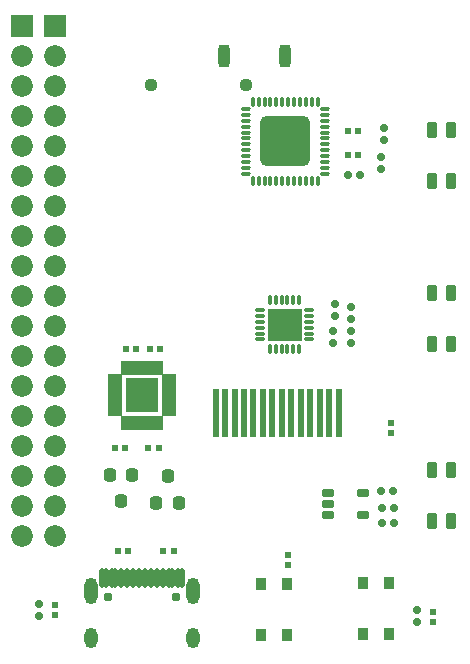
<source format=gts>
G04*
G04 #@! TF.GenerationSoftware,Altium Limited,Altium Designer,20.0.13 (296)*
G04*
G04 Layer_Color=8388736*
%FSLAX24Y24*%
%MOIN*%
G70*
G01*
G75*
%ADD38R,0.0327X0.0445*%
G04:AMPARAMS|DCode=39|XSize=25.2mil|YSize=25.2mil|CornerRadius=7.6mil|HoleSize=0mil|Usage=FLASHONLY|Rotation=180.000|XOffset=0mil|YOffset=0mil|HoleType=Round|Shape=RoundedRectangle|*
%AMROUNDEDRECTD39*
21,1,0.0252,0.0100,0,0,180.0*
21,1,0.0100,0.0252,0,0,180.0*
1,1,0.0152,-0.0050,0.0050*
1,1,0.0152,0.0050,0.0050*
1,1,0.0152,0.0050,-0.0050*
1,1,0.0152,-0.0050,-0.0050*
%
%ADD39ROUNDEDRECTD39*%
%ADD40R,0.0248X0.0209*%
%ADD41R,0.0209X0.1626*%
G04:AMPARAMS|DCode=42|XSize=28.8mil|YSize=40.2mil|CornerRadius=8.5mil|HoleSize=0mil|Usage=FLASHONLY|Rotation=90.000|XOffset=0mil|YOffset=0mil|HoleType=Round|Shape=RoundedRectangle|*
%AMROUNDEDRECTD42*
21,1,0.0288,0.0232,0,0,90.0*
21,1,0.0118,0.0402,0,0,90.0*
1,1,0.0170,0.0116,0.0059*
1,1,0.0170,0.0116,-0.0059*
1,1,0.0170,-0.0116,-0.0059*
1,1,0.0170,-0.0116,0.0059*
%
%ADD42ROUNDEDRECTD42*%
%ADD43R,0.1115X0.1154*%
G04:AMPARAMS|DCode=44|XSize=22mil|YSize=48mil|CornerRadius=8mil|HoleSize=0mil|Usage=FLASHONLY|Rotation=180.000|XOffset=0mil|YOffset=0mil|HoleType=Round|Shape=RoundedRectangle|*
%AMROUNDEDRECTD44*
21,1,0.0220,0.0320,0,0,180.0*
21,1,0.0060,0.0480,0,0,180.0*
1,1,0.0160,-0.0030,0.0160*
1,1,0.0160,0.0030,0.0160*
1,1,0.0160,0.0030,-0.0160*
1,1,0.0160,-0.0030,-0.0160*
%
%ADD44ROUNDEDRECTD44*%
G04:AMPARAMS|DCode=45|XSize=22mil|YSize=48mil|CornerRadius=8mil|HoleSize=0mil|Usage=FLASHONLY|Rotation=270.000|XOffset=0mil|YOffset=0mil|HoleType=Round|Shape=RoundedRectangle|*
%AMROUNDEDRECTD45*
21,1,0.0220,0.0320,0,0,270.0*
21,1,0.0060,0.0480,0,0,270.0*
1,1,0.0160,-0.0160,-0.0030*
1,1,0.0160,-0.0160,0.0030*
1,1,0.0160,0.0160,0.0030*
1,1,0.0160,0.0160,-0.0030*
%
%ADD45ROUNDEDRECTD45*%
%ADD46R,0.0209X0.0248*%
G04:AMPARAMS|DCode=47|XSize=42.6mil|YSize=44.5mil|CornerRadius=11.9mil|HoleSize=0mil|Usage=FLASHONLY|Rotation=180.000|XOffset=0mil|YOffset=0mil|HoleType=Round|Shape=RoundedRectangle|*
%AMROUNDEDRECTD47*
21,1,0.0426,0.0207,0,0,180.0*
21,1,0.0187,0.0445,0,0,180.0*
1,1,0.0239,-0.0094,0.0103*
1,1,0.0239,0.0094,0.0103*
1,1,0.0239,0.0094,-0.0103*
1,1,0.0239,-0.0094,-0.0103*
%
%ADD47ROUNDEDRECTD47*%
G04:AMPARAMS|DCode=48|XSize=25.2mil|YSize=25.2mil|CornerRadius=7.6mil|HoleSize=0mil|Usage=FLASHONLY|Rotation=270.000|XOffset=0mil|YOffset=0mil|HoleType=Round|Shape=RoundedRectangle|*
%AMROUNDEDRECTD48*
21,1,0.0252,0.0100,0,0,270.0*
21,1,0.0100,0.0252,0,0,270.0*
1,1,0.0152,-0.0050,-0.0050*
1,1,0.0152,-0.0050,0.0050*
1,1,0.0152,0.0050,0.0050*
1,1,0.0152,0.0050,-0.0050*
%
%ADD48ROUNDEDRECTD48*%
G04:AMPARAMS|DCode=49|XSize=36.7mil|YSize=76mil|CornerRadius=10.5mil|HoleSize=0mil|Usage=FLASHONLY|Rotation=180.000|XOffset=0mil|YOffset=0mil|HoleType=Round|Shape=RoundedRectangle|*
%AMROUNDEDRECTD49*
21,1,0.0367,0.0551,0,0,180.0*
21,1,0.0157,0.0760,0,0,180.0*
1,1,0.0209,-0.0079,0.0276*
1,1,0.0209,0.0079,0.0276*
1,1,0.0209,0.0079,-0.0276*
1,1,0.0209,-0.0079,-0.0276*
%
%ADD49ROUNDEDRECTD49*%
G04:AMPARAMS|DCode=50|XSize=64.2mil|YSize=17mil|CornerRadius=5.5mil|HoleSize=0mil|Usage=FLASHONLY|Rotation=90.000|XOffset=0mil|YOffset=0mil|HoleType=Round|Shape=RoundedRectangle|*
%AMROUNDEDRECTD50*
21,1,0.0642,0.0059,0,0,90.0*
21,1,0.0531,0.0170,0,0,90.0*
1,1,0.0111,0.0030,0.0266*
1,1,0.0111,0.0030,-0.0266*
1,1,0.0111,-0.0030,-0.0266*
1,1,0.0111,-0.0030,0.0266*
%
%ADD50ROUNDEDRECTD50*%
G04:AMPARAMS|DCode=51|XSize=165.2mil|YSize=165.2mil|CornerRadius=18.6mil|HoleSize=0mil|Usage=FLASHONLY|Rotation=180.000|XOffset=0mil|YOffset=0mil|HoleType=Round|Shape=RoundedRectangle|*
%AMROUNDEDRECTD51*
21,1,0.1652,0.1280,0,0,180.0*
21,1,0.1280,0.1652,0,0,180.0*
1,1,0.0372,-0.0640,0.0640*
1,1,0.0372,0.0640,0.0640*
1,1,0.0372,0.0640,-0.0640*
1,1,0.0372,-0.0640,-0.0640*
%
%ADD51ROUNDEDRECTD51*%
G04:AMPARAMS|DCode=52|XSize=31.7mil|YSize=15mil|CornerRadius=5mil|HoleSize=0mil|Usage=FLASHONLY|Rotation=180.000|XOffset=0mil|YOffset=0mil|HoleType=Round|Shape=RoundedRectangle|*
%AMROUNDEDRECTD52*
21,1,0.0317,0.0049,0,0,180.0*
21,1,0.0217,0.0150,0,0,180.0*
1,1,0.0101,-0.0108,0.0025*
1,1,0.0101,0.0108,0.0025*
1,1,0.0101,0.0108,-0.0025*
1,1,0.0101,-0.0108,-0.0025*
%
%ADD52ROUNDEDRECTD52*%
G04:AMPARAMS|DCode=53|XSize=31.7mil|YSize=15mil|CornerRadius=5mil|HoleSize=0mil|Usage=FLASHONLY|Rotation=270.000|XOffset=0mil|YOffset=0mil|HoleType=Round|Shape=RoundedRectangle|*
%AMROUNDEDRECTD53*
21,1,0.0317,0.0049,0,0,270.0*
21,1,0.0217,0.0150,0,0,270.0*
1,1,0.0101,-0.0025,-0.0108*
1,1,0.0101,-0.0025,0.0108*
1,1,0.0101,0.0025,0.0108*
1,1,0.0101,0.0025,-0.0108*
%
%ADD53ROUNDEDRECTD53*%
%ADD54R,0.1154X0.1115*%
%ADD55O,0.0150X0.0327*%
%ADD56O,0.0327X0.0150*%
G04:AMPARAMS|DCode=57|XSize=55.2mil|YSize=35.2mil|CornerRadius=10.1mil|HoleSize=0mil|Usage=FLASHONLY|Rotation=90.000|XOffset=0mil|YOffset=0mil|HoleType=Round|Shape=RoundedRectangle|*
%AMROUNDEDRECTD57*
21,1,0.0552,0.0150,0,0,90.0*
21,1,0.0350,0.0352,0,0,90.0*
1,1,0.0202,0.0075,0.0175*
1,1,0.0202,0.0075,-0.0175*
1,1,0.0202,-0.0075,-0.0175*
1,1,0.0202,-0.0075,0.0175*
%
%ADD57ROUNDEDRECTD57*%
%ADD58C,0.0721*%
%ADD59R,0.0721X0.0721*%
%ADD60C,0.0445*%
%ADD61C,0.0308*%
%ADD62O,0.0445X0.0682*%
%ADD63O,0.0445X0.0878*%
D38*
X27923Y15446D02*
D03*
Y13754D02*
D03*
X27077Y15446D02*
D03*
Y13754D02*
D03*
X24523Y15396D02*
D03*
Y13704D02*
D03*
X23677Y15396D02*
D03*
Y13704D02*
D03*
D39*
X16250Y14350D02*
D03*
Y14750D02*
D03*
X27750Y30200D02*
D03*
Y30600D02*
D03*
X27650Y29250D02*
D03*
Y29650D02*
D03*
X26677Y23452D02*
D03*
Y23852D02*
D03*
X26077Y23452D02*
D03*
Y23852D02*
D03*
X26127Y24352D02*
D03*
Y24752D02*
D03*
X28850Y14150D02*
D03*
Y14550D02*
D03*
X26650Y24650D02*
D03*
Y24250D02*
D03*
D40*
X28000Y20433D02*
D03*
Y20767D02*
D03*
X29400Y14485D02*
D03*
Y14150D02*
D03*
X16800Y14717D02*
D03*
Y14383D02*
D03*
X24550Y16050D02*
D03*
Y16385D02*
D03*
D41*
X22155Y21100D02*
D03*
X22470D02*
D03*
X22785D02*
D03*
X23100D02*
D03*
X23415D02*
D03*
X23730D02*
D03*
X24045D02*
D03*
X24360D02*
D03*
X24675D02*
D03*
X24990D02*
D03*
X25305D02*
D03*
X25620D02*
D03*
X25935D02*
D03*
X26250D02*
D03*
D42*
X25915Y17698D02*
D03*
Y18072D02*
D03*
Y18446D02*
D03*
X27055D02*
D03*
Y17698D02*
D03*
D43*
X19700Y21700D02*
D03*
D44*
X19109Y22615D02*
D03*
X19306D02*
D03*
X19503D02*
D03*
X19700D02*
D03*
X19897D02*
D03*
X20094D02*
D03*
X20291D02*
D03*
Y20785D02*
D03*
X20094D02*
D03*
X19897D02*
D03*
X19700D02*
D03*
X19503D02*
D03*
X19306D02*
D03*
X19109D02*
D03*
D45*
X20615Y22291D02*
D03*
Y22094D02*
D03*
Y21897D02*
D03*
Y21700D02*
D03*
Y21503D02*
D03*
Y21306D02*
D03*
Y21109D02*
D03*
X18785D02*
D03*
Y21306D02*
D03*
Y21503D02*
D03*
Y21700D02*
D03*
Y21897D02*
D03*
Y22094D02*
D03*
Y22291D02*
D03*
D46*
X19117Y19950D02*
D03*
X18783D02*
D03*
X20250Y19950D02*
D03*
X19915D02*
D03*
X26550Y29700D02*
D03*
X26885D02*
D03*
X19150Y23250D02*
D03*
X19485D02*
D03*
X20300D02*
D03*
X19965D02*
D03*
X26550Y30500D02*
D03*
X26885D02*
D03*
X19235Y16500D02*
D03*
X18900D02*
D03*
X20415D02*
D03*
X20750D02*
D03*
D47*
X19000Y18157D02*
D03*
X18626Y19043D02*
D03*
X19374D02*
D03*
X20550Y18993D02*
D03*
X20924Y18107D02*
D03*
X20176D02*
D03*
D48*
X28100Y17950D02*
D03*
X27700D02*
D03*
X28050Y18500D02*
D03*
X27650D02*
D03*
X28100Y17450D02*
D03*
X27700D02*
D03*
X26950Y29050D02*
D03*
X26550D02*
D03*
D49*
X22441Y33000D02*
D03*
X24450D02*
D03*
D50*
X21019Y15592D02*
D03*
X20901D02*
D03*
X20704D02*
D03*
X20586D02*
D03*
X20389D02*
D03*
X20192D02*
D03*
X19995D02*
D03*
X19798D02*
D03*
X19602D02*
D03*
X19405D02*
D03*
X19208D02*
D03*
X19011D02*
D03*
X18814D02*
D03*
X18696D02*
D03*
X18499D02*
D03*
X18381D02*
D03*
D51*
X24474Y30161D02*
D03*
D52*
X25798Y29078D02*
D03*
Y29275D02*
D03*
Y29472D02*
D03*
Y29669D02*
D03*
Y29866D02*
D03*
Y30063D02*
D03*
Y30259D02*
D03*
Y30456D02*
D03*
Y30653D02*
D03*
Y30850D02*
D03*
Y31047D02*
D03*
Y31244D02*
D03*
X23150D02*
D03*
Y31047D02*
D03*
Y30850D02*
D03*
Y30653D02*
D03*
Y30456D02*
D03*
Y30259D02*
D03*
Y30063D02*
D03*
Y29866D02*
D03*
Y29669D02*
D03*
Y29472D02*
D03*
Y29275D02*
D03*
Y29078D02*
D03*
D53*
X25556Y31485D02*
D03*
X25360D02*
D03*
X25163D02*
D03*
X24966D02*
D03*
X24769D02*
D03*
X24572D02*
D03*
X24375D02*
D03*
X24179D02*
D03*
X23982D02*
D03*
X23785D02*
D03*
X23588D02*
D03*
X23391D02*
D03*
Y28837D02*
D03*
X23588D02*
D03*
X23785D02*
D03*
X23982D02*
D03*
X24179D02*
D03*
X24375D02*
D03*
X24572D02*
D03*
X24769D02*
D03*
X24966D02*
D03*
X25163D02*
D03*
X25360D02*
D03*
X25556D02*
D03*
D54*
X24450Y24050D02*
D03*
D55*
X23958Y24877D02*
D03*
X24155D02*
D03*
X24352D02*
D03*
X24548D02*
D03*
X24745D02*
D03*
X24942D02*
D03*
Y23223D02*
D03*
X24745D02*
D03*
X24548D02*
D03*
X24352D02*
D03*
X24155D02*
D03*
X23958D02*
D03*
D56*
X25277Y24542D02*
D03*
Y24345D02*
D03*
Y24148D02*
D03*
Y23952D02*
D03*
Y23755D02*
D03*
Y23558D02*
D03*
X23623D02*
D03*
Y23755D02*
D03*
Y23952D02*
D03*
Y24148D02*
D03*
Y24345D02*
D03*
Y24542D02*
D03*
D57*
X29350Y19200D02*
D03*
Y17500D02*
D03*
X29990Y19200D02*
D03*
Y17500D02*
D03*
X29350Y25100D02*
D03*
Y23400D02*
D03*
X29990Y25100D02*
D03*
Y23400D02*
D03*
X29350Y30550D02*
D03*
Y28850D02*
D03*
X29990Y30550D02*
D03*
Y28850D02*
D03*
D58*
X15700Y17000D02*
D03*
Y18000D02*
D03*
Y19000D02*
D03*
Y20000D02*
D03*
Y21000D02*
D03*
Y22000D02*
D03*
Y23000D02*
D03*
Y24000D02*
D03*
Y25000D02*
D03*
Y26000D02*
D03*
Y27000D02*
D03*
Y28000D02*
D03*
Y29000D02*
D03*
Y30000D02*
D03*
Y31000D02*
D03*
Y32000D02*
D03*
Y33000D02*
D03*
X16800Y17000D02*
D03*
Y18000D02*
D03*
Y19000D02*
D03*
Y20000D02*
D03*
Y21000D02*
D03*
Y22000D02*
D03*
Y23000D02*
D03*
Y24000D02*
D03*
Y25000D02*
D03*
Y26000D02*
D03*
Y27000D02*
D03*
Y28000D02*
D03*
Y29000D02*
D03*
Y30000D02*
D03*
Y31000D02*
D03*
Y32000D02*
D03*
Y33000D02*
D03*
D59*
X15700Y34000D02*
D03*
X16800D02*
D03*
D60*
X23150Y32050D02*
D03*
X20000D02*
D03*
D61*
X18562Y14986D02*
D03*
X20838D02*
D03*
D62*
X21403Y13608D02*
D03*
X17997D02*
D03*
D63*
X21403Y15183D02*
D03*
X17997D02*
D03*
M02*

</source>
